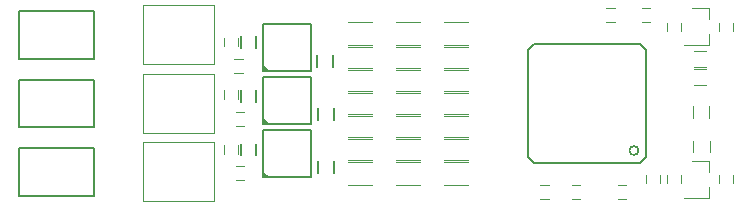
<source format=gbo>
%TF.GenerationSoftware,KiCad,Pcbnew,(5.0.0-rc2-dev-387-ge7ed41593)*%
%TF.CreationDate,2018-04-19T15:37:23+02:00*%
%TF.ProjectId,MINI VESC,4D494E4920564553432E6B696361645F,rev?*%
%TF.SameCoordinates,Original*%
%TF.FileFunction,Legend,Bot*%
%TF.FilePolarity,Positive*%
%FSLAX46Y46*%
G04 Gerber Fmt 4.6, Leading zero omitted, Abs format (unit mm)*
G04 Created by KiCad (PCBNEW (5.0.0-rc2-dev-387-ge7ed41593)) date 04/19/18 15:37:23*
%MOMM*%
%LPD*%
G01*
G04 APERTURE LIST*
%ADD10C,0.120000*%
%ADD11C,0.150000*%
%ADD12C,0.127000*%
%ADD13C,0.100000*%
G04 APERTURE END LIST*
D10*
X129000000Y-89430000D02*
X130000000Y-89430000D01*
X130000000Y-88070000D02*
X129000000Y-88070000D01*
X129000000Y-87880000D02*
X130000000Y-87880000D01*
X130000000Y-86520000D02*
X129000000Y-86520000D01*
X99700000Y-94020000D02*
X101700000Y-94020000D01*
X101700000Y-91880000D02*
X99700000Y-91880000D01*
X105750000Y-91880000D02*
X103750000Y-91880000D01*
X103750000Y-94020000D02*
X105750000Y-94020000D01*
X105750000Y-86030000D02*
X103750000Y-86030000D01*
X103750000Y-88170000D02*
X105750000Y-88170000D01*
X99700000Y-90120000D02*
X101700000Y-90120000D01*
X101700000Y-87980000D02*
X99700000Y-87980000D01*
X99700000Y-97920000D02*
X101700000Y-97920000D01*
X101700000Y-95780000D02*
X99700000Y-95780000D01*
X105750000Y-87980000D02*
X103750000Y-87980000D01*
X103750000Y-90120000D02*
X105750000Y-90120000D01*
X105750000Y-89930000D02*
X103750000Y-89930000D01*
X103750000Y-92070000D02*
X105750000Y-92070000D01*
X99700000Y-88170000D02*
X101700000Y-88170000D01*
X101700000Y-86030000D02*
X99700000Y-86030000D01*
X105750000Y-84080000D02*
X103750000Y-84080000D01*
X103750000Y-86220000D02*
X105750000Y-86220000D01*
X99700000Y-95970000D02*
X101700000Y-95970000D01*
X101700000Y-93830000D02*
X99700000Y-93830000D01*
X130230000Y-92250000D02*
X130230000Y-91250000D01*
X128870000Y-91250000D02*
X128870000Y-92250000D01*
X128920000Y-94150000D02*
X128920000Y-95150000D01*
X130280000Y-95150000D02*
X130280000Y-94150000D01*
D11*
X97075000Y-86900000D02*
X97075000Y-87900000D01*
X98425000Y-87900000D02*
X98425000Y-86900000D01*
X91925000Y-86300000D02*
X91925000Y-85300000D01*
X90575000Y-85300000D02*
X90575000Y-86300000D01*
X97125000Y-95900000D02*
X97125000Y-96900000D01*
X98475000Y-96900000D02*
X98475000Y-95900000D01*
X91925000Y-95400000D02*
X91925000Y-94400000D01*
X90575000Y-94400000D02*
X90575000Y-95400000D01*
X97125000Y-91400000D02*
X97125000Y-92400000D01*
X98475000Y-92400000D02*
X98475000Y-91400000D01*
X91925000Y-90850000D02*
X91925000Y-89850000D01*
X90575000Y-89850000D02*
X90575000Y-90850000D01*
D10*
X126100000Y-97750000D02*
X126100000Y-97050000D01*
X124900000Y-97050000D02*
X124900000Y-97750000D01*
X118650000Y-99100000D02*
X119350000Y-99100000D01*
X119350000Y-97900000D02*
X118650000Y-97900000D01*
X121550000Y-84100000D02*
X122250000Y-84100000D01*
X122250000Y-82900000D02*
X121550000Y-82900000D01*
X90750000Y-87200000D02*
X90050000Y-87200000D01*
X90050000Y-88400000D02*
X90750000Y-88400000D01*
X90850000Y-96300000D02*
X90150000Y-96300000D01*
X90150000Y-97500000D02*
X90850000Y-97500000D01*
X90850000Y-91750000D02*
X90150000Y-91750000D01*
X90150000Y-92950000D02*
X90850000Y-92950000D01*
X90350000Y-86150000D02*
X90350000Y-85450000D01*
X89150000Y-85450000D02*
X89150000Y-86150000D01*
X90350000Y-95250000D02*
X90350000Y-94550000D01*
X89150000Y-94550000D02*
X89150000Y-95250000D01*
X90350000Y-90600000D02*
X90350000Y-89900000D01*
X89150000Y-89900000D02*
X89150000Y-90600000D01*
D12*
X115404200Y-96003800D02*
X124395800Y-96003800D01*
X114896200Y-95495800D02*
X114896200Y-86504200D01*
X124395800Y-85996200D02*
X115404200Y-85996200D01*
X124903800Y-95495800D02*
X124903800Y-86504200D01*
X124268800Y-94987800D02*
G75*
G03X124268800Y-94987800I-381000J0D01*
G01*
X124395800Y-96003800D02*
X124903800Y-95495800D01*
X114896200Y-95495800D02*
X115404200Y-96003800D01*
X115404200Y-85996200D02*
X114896200Y-86504200D01*
X124903800Y-86504200D02*
X124395800Y-85996200D01*
D10*
X105750000Y-93830000D02*
X103750000Y-93830000D01*
X103750000Y-95970000D02*
X105750000Y-95970000D01*
X99700000Y-86220000D02*
X101700000Y-86220000D01*
X101700000Y-84080000D02*
X99700000Y-84080000D01*
X99700000Y-92070000D02*
X101700000Y-92070000D01*
X101700000Y-89930000D02*
X99700000Y-89930000D01*
X105750000Y-95780000D02*
X103750000Y-95780000D01*
X103750000Y-97920000D02*
X105750000Y-97920000D01*
X107800000Y-86220000D02*
X109800000Y-86220000D01*
X109800000Y-84080000D02*
X107800000Y-84080000D01*
X107800000Y-88170000D02*
X109800000Y-88170000D01*
X109800000Y-86030000D02*
X107800000Y-86030000D01*
X107800000Y-95970000D02*
X109800000Y-95970000D01*
X109800000Y-93830000D02*
X107800000Y-93830000D01*
X107800000Y-97920000D02*
X109800000Y-97920000D01*
X109800000Y-95780000D02*
X107800000Y-95780000D01*
X107800000Y-90120000D02*
X109800000Y-90120000D01*
X109800000Y-87980000D02*
X107800000Y-87980000D01*
X107800000Y-92070000D02*
X109800000Y-92070000D01*
X109800000Y-89930000D02*
X107800000Y-89930000D01*
X107800000Y-94020000D02*
X109800000Y-94020000D01*
X109800000Y-91880000D02*
X107800000Y-91880000D01*
D13*
X82295000Y-93500000D02*
X88295000Y-93500000D01*
X82295000Y-88500000D02*
X82295000Y-93500000D01*
X88295000Y-88500000D02*
X82295000Y-88500000D01*
X88295000Y-93500000D02*
X88295000Y-88500000D01*
X82295000Y-99300000D02*
X88295000Y-99300000D01*
X82295000Y-94300000D02*
X82295000Y-99300000D01*
X88295000Y-94300000D02*
X82295000Y-94300000D01*
X88295000Y-99300000D02*
X88295000Y-94300000D01*
X82295000Y-87700000D02*
X88295000Y-87700000D01*
X82295000Y-82700000D02*
X82295000Y-87700000D01*
X88295000Y-82700000D02*
X82295000Y-82700000D01*
X88295000Y-87700000D02*
X88295000Y-82700000D01*
D11*
X96500000Y-88750000D02*
X92500000Y-88750000D01*
X96500000Y-92750000D02*
X96500000Y-88750000D01*
X92500000Y-92750000D02*
X96500000Y-92750000D01*
X92500000Y-88750000D02*
X92500000Y-92750000D01*
X92700000Y-92750000D02*
X92500000Y-92550000D01*
X92900000Y-92750000D02*
X92700000Y-92750000D01*
X92500000Y-92350000D02*
X92900000Y-92750000D01*
X96500000Y-93250000D02*
X92500000Y-93250000D01*
X96500000Y-97250000D02*
X96500000Y-93250000D01*
X92500000Y-97250000D02*
X96500000Y-97250000D01*
X92500000Y-93250000D02*
X92500000Y-97250000D01*
X92700000Y-97250000D02*
X92500000Y-97050000D01*
X92900000Y-97250000D02*
X92700000Y-97250000D01*
X92500000Y-96850000D02*
X92900000Y-97250000D01*
X96500000Y-84250000D02*
X92500000Y-84250000D01*
X96500000Y-88250000D02*
X96500000Y-84250000D01*
X92500000Y-88250000D02*
X96500000Y-88250000D01*
X92500000Y-84250000D02*
X92500000Y-88250000D01*
X92700000Y-88250000D02*
X92500000Y-88050000D01*
X92900000Y-88250000D02*
X92700000Y-88250000D01*
X92500000Y-87850000D02*
X92900000Y-88250000D01*
X78200000Y-93000000D02*
X71800000Y-93000000D01*
X78200000Y-89000000D02*
X78200000Y-93000000D01*
X71800000Y-89000000D02*
X78200000Y-89000000D01*
X71800000Y-93000000D02*
X71800000Y-89000000D01*
X78200000Y-98800000D02*
X71800000Y-98800000D01*
X78200000Y-94800000D02*
X78200000Y-98800000D01*
X71800000Y-94800000D02*
X78200000Y-94800000D01*
X71800000Y-98800000D02*
X71800000Y-94800000D01*
X78200000Y-87200000D02*
X71800000Y-87200000D01*
X78200000Y-83200000D02*
X78200000Y-87200000D01*
X71800000Y-83200000D02*
X78200000Y-83200000D01*
X71800000Y-87200000D02*
X71800000Y-83200000D01*
D10*
X125250000Y-82900000D02*
X124550000Y-82900000D01*
X124550000Y-84100000D02*
X125250000Y-84100000D01*
X122500000Y-99100000D02*
X123200000Y-99100000D01*
X123200000Y-97900000D02*
X122500000Y-97900000D01*
X115950000Y-99100000D02*
X116650000Y-99100000D01*
X116650000Y-97900000D02*
X115950000Y-97900000D01*
X132300000Y-97767242D02*
X132300000Y-97067242D01*
X131100000Y-97067242D02*
X131100000Y-97767242D01*
X127900000Y-84850000D02*
X127900000Y-84150000D01*
X126700000Y-84150000D02*
X126700000Y-84850000D01*
X132300000Y-84850000D02*
X132300000Y-84150000D01*
X131100000Y-84150000D02*
X131100000Y-84850000D01*
X127900000Y-97767242D02*
X127900000Y-97067242D01*
X126700000Y-97067242D02*
X126700000Y-97767242D01*
X130260000Y-82920000D02*
X130260000Y-83850000D01*
X130260000Y-86080000D02*
X130260000Y-85150000D01*
X130260000Y-86080000D02*
X128100000Y-86080000D01*
X130260000Y-82920000D02*
X128800000Y-82920000D01*
X130260000Y-95837242D02*
X130260000Y-96767242D01*
X130260000Y-98997242D02*
X130260000Y-98067242D01*
X130260000Y-98997242D02*
X128100000Y-98997242D01*
X130260000Y-95837242D02*
X128800000Y-95837242D01*
M02*

</source>
